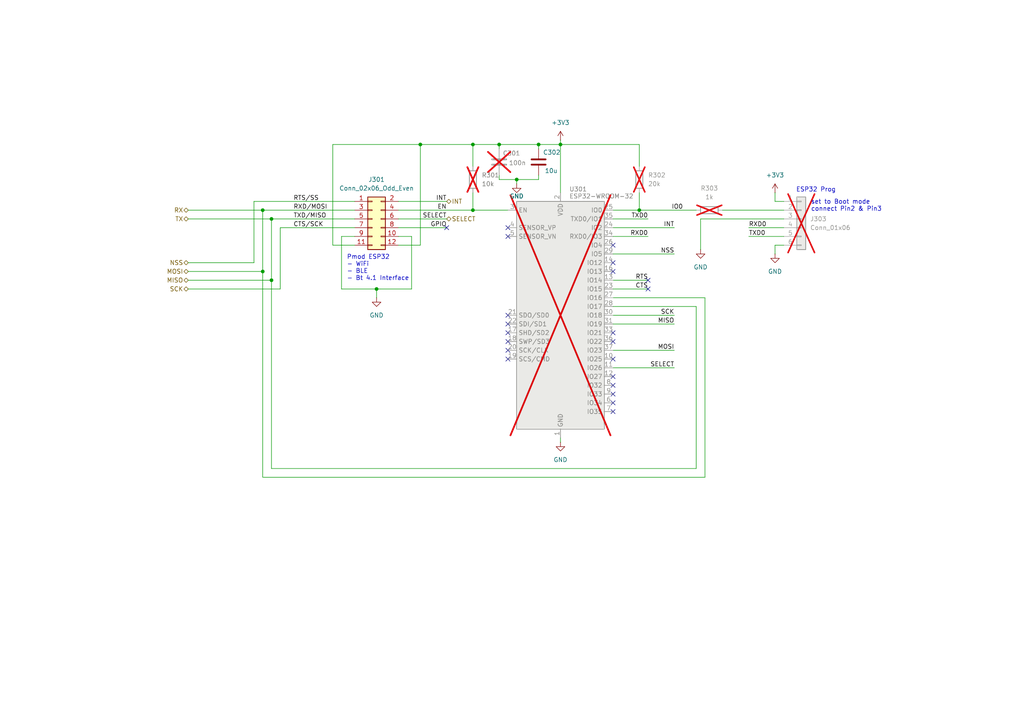
<source format=kicad_sch>
(kicad_sch (version 20250114) (generator "eeschema") (generator_version "9.0")
  (paper "A4")
  (lib_symbols
    (symbol "+3V3_1" (power) (pin_numbers (hide yes)) (pin_names (offset 0) (hide yes))
      (property "Value" "+3V3" (at 0 3.556 0))
      (symbol "+3V3_1_0_1"
        (polyline (pts (xy -0.762 1.27) (xy 0 2.54)))
        (polyline (pts (xy 0 2.54) (xy 0.762 1.27)))
        (polyline (pts (xy 0 0) (xy 0 2.54)))
      )
      (symbol "+3V3_1_1_1"
        (pin power_in line (at 0 0 90) (length 0) (name "~") (number "1"))
      )
    )
    (symbol "Connector_Generic:Conn_01x06" (pin_names (offset 1.016) (hide yes))
      (property "Reference" "J" (at 0 7.62 0))
      (property "Value" "Conn_01x06" (at 0 -10.16 0))
      (symbol "Conn_01x06_1_1"
        (rectangle (start -1.27 6.35) (end 1.27 -8.89) (stroke (width 0.254)) (fill (type background)))
        (rectangle (start -1.27 5.207) (end 0 4.953) (stroke (width 0.1524)))
        (rectangle (start -1.27 2.667) (end 0 2.413) (stroke (width 0.1524)))
        (rectangle (start -1.27 0.127) (end 0 -0.127) (stroke (width 0.1524)))
        (rectangle (start -1.27 -2.413) (end 0 -2.667) (stroke (width 0.1524)))
        (rectangle (start -1.27 -4.953) (end 0 -5.207) (stroke (width 0.1524)))
        (rectangle (start -1.27 -7.493) (end 0 -7.747) (stroke (width 0.1524)))
        (pin passive line (at -5.08 5.08 0) (length 3.81) (name "Pin_1") (number "1"))
        (pin passive line (at -5.08 2.54 0) (length 3.81) (name "Pin_2") (number "2"))
        (pin passive line (at -5.08 0 0) (length 3.81) (name "Pin_3") (number "3"))
        (pin passive line (at -5.08 -2.54 0) (length 3.81) (name "Pin_4") (number "4"))
        (pin passive line (at -5.08 -5.08 0) (length 3.81) (name "Pin_5") (number "5"))
        (pin passive line (at -5.08 -7.62 0) (length 3.81) (name "Pin_6") (number "6"))
      )
    )
    (symbol "Connector_Generic:Conn_02x06_Odd_Even" (pin_names (offset 1.016) (hide yes))
      (property "Reference" "J" (at 1.27 7.62 0))
      (property "Value" "Conn_02x06_Odd_Even" (at 1.27 -10.16 0))
      (symbol "Conn_02x06_Odd_Even_1_1"
        (rectangle (start -1.27 6.35) (end 3.81 -8.89) (stroke (width 0.254)) (fill (type background)))
        (rectangle (start -1.27 5.207) (end 0 4.953) (stroke (width 0.1524)))
        (rectangle (start -1.27 2.667) (end 0 2.413) (stroke (width 0.1524)))
        (rectangle (start -1.27 0.127) (end 0 -0.127) (stroke (width 0.1524)))
        (rectangle (start -1.27 -2.413) (end 0 -2.667) (stroke (width 0.1524)))
        (rectangle (start -1.27 -4.953) (end 0 -5.207) (stroke (width 0.1524)))
        (rectangle (start -1.27 -7.493) (end 0 -7.747) (stroke (width 0.1524)))
        (rectangle (start 3.81 5.207) (end 2.54 4.953) (stroke (width 0.1524)))
        (rectangle (start 3.81 2.667) (end 2.54 2.413) (stroke (width 0.1524)))
        (rectangle (start 3.81 0.127) (end 2.54 -0.127) (stroke (width 0.1524)))
        (rectangle (start 3.81 -2.413) (end 2.54 -2.667) (stroke (width 0.1524)))
        (rectangle (start 3.81 -4.953) (end 2.54 -5.207) (stroke (width 0.1524)))
        (rectangle (start 3.81 -7.493) (end 2.54 -7.747) (stroke (width 0.1524)))
        (pin passive line (at -5.08 5.08 0) (length 3.81) (name "Pin_1") (number "1"))
        (pin passive line (at -5.08 2.54 0) (length 3.81) (name "Pin_3") (number "3"))
        (pin passive line (at -5.08 0 0) (length 3.81) (name "Pin_5") (number "5"))
        (pin passive line (at -5.08 -2.54 0) (length 3.81) (name "Pin_7") (number "7"))
        (pin passive line (at -5.08 -5.08 0) (length 3.81) (name "Pin_9") (number "9"))
        (pin passive line (at -5.08 -7.62 0) (length 3.81) (name "Pin_11") (number "11"))
        (pin passive line (at 7.62 5.08 180) (length 3.81) (name "Pin_2") (number "2"))
        (pin passive line (at 7.62 2.54 180) (length 3.81) (name "Pin_4") (number "4"))
        (pin passive line (at 7.62 0 180) (length 3.81) (name "Pin_6") (number "6"))
        (pin passive line (at 7.62 -2.54 180) (length 3.81) (name "Pin_8") (number "8"))
        (pin passive line (at 7.62 -5.08 180) (length 3.81) (name "Pin_10") (number "10"))
        (pin passive line (at 7.62 -7.62 180) (length 3.81) (name "Pin_12") (number "12"))
      )
    )
    (symbol "Device:C" (pin_numbers (hide yes)) (pin_names (offset 0.254))
      (property "Reference" "C" (at 0.635 2.54 0))
      (property "Value" "C" (at 0.635 -2.54 0))
      (symbol "C_0_1"
        (polyline (pts (xy -2.032 0.762) (xy 2.032 0.762)) (stroke (width 0.508)))
        (polyline (pts (xy -2.032 -0.762) (xy 2.032 -0.762)) (stroke (width 0.508)))
      )
      (symbol "C_1_1"
        (pin passive line (at 0 3.81 270) (length 2.794) (name "~") (number "1"))
        (pin passive line (at 0 -3.81 90) (length 2.794) (name "~") (number "2"))
      )
    )
    (symbol "Device:R" (pin_numbers (hide yes)) (pin_names (offset 0))
      (property "Reference" "R" (at 2.032 0 90))
      (property "Value" "R" (at 0 0 90))
      (symbol "R_0_1"
        (rectangle (start -1.016 -2.54) (end 1.016 2.54) (stroke (width 0.254)))
      )
      (symbol "R_1_1"
        (pin passive line (at 0 3.81 270) (length 1.27) (name "~") (number "1"))
        (pin passive line (at 0 -3.81 90) (length 1.27) (name "~") (number "2"))
      )
    )
    (symbol "GND_1" (power) (pin_numbers (hide yes)) (pin_names (offset 0) (hide yes))
      (property "Value" "GND" (at 0 -3.81 0))
      (symbol "GND_1_0_1"
        (polyline (pts (xy 0 0) (xy 0 -1.27) (xy 1.27 -1.27) (xy 0 -2.54) (xy -1.27 -1.27) (xy 0 -1.27)))
      )
      (symbol "GND_1_1_1"
        (pin power_in line (at 0 0 270) (length 0) (name "~") (number "1"))
      )
    )
    (symbol "RF_Module:ESP32-WROOM-32"
      (property "Reference" "U" (at -12.7 34.29 0))
      (property "Value" "ESP32-WROOM-32" (at 1.27 34.29 0))
      (symbol "ESP32-WROOM-32_0_1"
        (rectangle (start -12.7 33.02) (end 12.7 -33.02) (stroke (width 0.254)) (fill (type background)))
      )
      (symbol "ESP32-WROOM-32_1_1"
        (pin input line (at -15.24 30.48 0) (length 2.54) (name "EN") (number "3"))
        (pin input line (at -15.24 25.4 0) (length 2.54) (name "SENSOR_VP") (number "4"))
        (pin input line (at -15.24 22.86 0) (length 2.54) (name "SENSOR_VN") (number "5"))
        (pin bidirectional line (at -15.24 0 0) (length 2.54) (name "SDO/SD0") (number "21"))
        (pin bidirectional line (at -15.24 -2.54 0) (length 2.54) (name "SDI/SD1") (number "22"))
        (pin bidirectional line (at -15.24 -5.08 0) (length 2.54) (name "SHD/SD2") (number "17"))
        (pin bidirectional line (at -15.24 -7.62 0) (length 2.54) (name "SWP/SD3") (number "18"))
        (pin bidirectional line (at -15.24 -10.16 0) (length 2.54) (name "SCK/CLK") (number "20"))
        (pin bidirectional line (at -15.24 -12.7 0) (length 2.54) (name "SCS/CMD") (number "19"))
        (pin no_connect line (at -12.7 -27.94 0) (length 2.54) (hide yes) (name "NC") (number "32"))
        (pin power_in line (at 0 35.56 270) (length 2.54) (name "VDD") (number "2"))
        (pin power_in line (at 0 -35.56 90) (length 2.54) (name "GND") (number "1"))
        (pin passive line (at 0 -35.56 90) (length 2.54) (hide yes) (name "GND") (number "15"))
        (pin passive line (at 0 -35.56 90) (length 2.54) (hide yes) (name "GND") (number "38"))
        (pin passive line (at 0 -35.56 90) (length 2.54) (hide yes) (name "GND") (number "39"))
        (pin bidirectional line (at 15.24 30.48 180) (length 2.54) (name "IO0") (number "25"))
        (pin bidirectional line (at 15.24 27.94 180) (length 2.54) (name "TXD0/IO1") (number "35"))
        (pin bidirectional line (at 15.24 25.4 180) (length 2.54) (name "IO2") (number "24"))
        (pin bidirectional line (at 15.24 22.86 180) (length 2.54) (name "RXD0/IO3") (number "34"))
        (pin bidirectional line (at 15.24 20.32 180) (length 2.54) (name "IO4") (number "26"))
        (pin bidirectional line (at 15.24 17.78 180) (length 2.54) (name "IO5") (number "29"))
        (pin bidirectional line (at 15.24 15.24 180) (length 2.54) (name "IO12") (number "14"))
        (pin bidirectional line (at 15.24 12.7 180) (length 2.54) (name "IO13") (number "16"))
        (pin bidirectional line (at 15.24 10.16 180) (length 2.54) (name "IO14") (number "13"))
        (pin bidirectional line (at 15.24 7.62 180) (length 2.54) (name "IO15") (number "23"))
        (pin bidirectional line (at 15.24 5.08 180) (length 2.54) (name "IO16") (number "27"))
        (pin bidirectional line (at 15.24 2.54 180) (length 2.54) (name "IO17") (number "28"))
        (pin bidirectional line (at 15.24 0 180) (length 2.54) (name "IO18") (number "30"))
        (pin bidirectional line (at 15.24 -2.54 180) (length 2.54) (name "IO19") (number "31"))
        (pin bidirectional line (at 15.24 -5.08 180) (length 2.54) (name "IO21") (number "33"))
        (pin bidirectional line (at 15.24 -7.62 180) (length 2.54) (name "IO22") (number "36"))
        (pin bidirectional line (at 15.24 -10.16 180) (length 2.54) (name "IO23") (number "37"))
        (pin bidirectional line (at 15.24 -12.7 180) (length 2.54) (name "IO25") (number "10"))
        (pin bidirectional line (at 15.24 -15.24 180) (length 2.54) (name "IO26") (number "11"))
        (pin bidirectional line (at 15.24 -17.78 180) (length 2.54) (name "IO27") (number "12"))
        (pin bidirectional line (at 15.24 -20.32 180) (length 2.54) (name "IO32") (number "8"))
        (pin bidirectional line (at 15.24 -22.86 180) (length 2.54) (name "IO33") (number "9"))
        (pin input line (at 15.24 -25.4 180) (length 2.54) (name "IO34") (number "6"))
        (pin input line (at 15.24 -27.94 180) (length 2.54) (name "IO35") (number "7"))
      )
    )
  )
  (text "set to Boot mode\nconnect Pin2 & Pin3" (at 235.204 59.69 0) (effects (font (size 1.27 1.27)) (justify left)))
  (text "Pmod ESP32\n- WiFi\n- BLE\n- Bt 4.1 Interface" (at 100.584 77.724 0) (effects (font (size 1.27 1.27)) (justify left)))
  (text "ESP32 Prog" (at 230.886 55.118 0) (effects (font (size 1.27 1.27)) (justify left)))
  (junction (at 149.86 52.07))
  (junction (at 137.16 60.96))
  (junction (at 144.78 41.91))
  (junction (at 78.74 81.28))
  (junction (at 109.22 83.82))
  (junction (at 162.56 41.91))
  (junction (at 76.2 60.96))
  (junction (at 185.42 60.96))
  (junction (at 121.92 41.91))
  (junction (at 156.21 41.91))
  (junction (at 76.2 78.74))
  (junction (at 137.16 41.91))
  (junction (at 78.74 63.5))
  (no_connect (at 147.32 96.52))
  (no_connect (at 187.96 81.28))
  (no_connect (at 147.32 91.44))
  (no_connect (at 177.8 114.3))
  (no_connect (at 177.8 119.38))
  (no_connect (at 147.32 93.98))
  (no_connect (at 129.54 66.04))
  (no_connect (at 147.32 101.6))
  (no_connect (at 177.8 104.14))
  (no_connect (at 177.8 71.12))
  (no_connect (at 147.32 99.06))
  (no_connect (at 187.96 83.82))
  (no_connect (at 177.8 109.22))
  (no_connect (at 177.8 78.74))
  (no_connect (at 147.32 104.14))
  (no_connect (at 147.32 68.58))
  (no_connect (at 177.8 96.52))
  (no_connect (at 147.32 66.04))
  (no_connect (at 177.8 76.2))
  (no_connect (at 177.8 111.76))
  (no_connect (at 177.8 116.84))
  (no_connect (at 177.8 99.06))
  (wire (pts (xy 119.38 83.82) (xy 119.38 68.58)))
  (wire (pts (xy 203.2 63.5) (xy 203.2 72.39)))
  (wire (pts (xy 144.78 52.07) (xy 149.86 52.07)))
  (wire (pts (xy 177.8 86.36) (xy 204.47 86.36)))
  (wire (pts (xy 76.2 78.74) (xy 76.2 138.43)))
  (wire (pts (xy 137.16 55.88) (xy 137.16 60.96)))
  (wire (pts (xy 224.79 55.88) (xy 224.79 58.42)))
  (wire (pts (xy 115.57 68.58) (xy 119.38 68.58)))
  (wire (pts (xy 195.58 66.04) (xy 177.8 66.04)))
  (wire (pts (xy 201.93 88.9) (xy 201.93 135.89)))
  (wire (pts (xy 217.17 66.04) (xy 227.33 66.04)))
  (wire (pts (xy 144.78 52.07) (xy 144.78 50.8)))
  (wire (pts (xy 156.21 43.18) (xy 156.21 41.91)))
  (wire (pts (xy 209.55 60.96) (xy 227.33 60.96)))
  (wire (pts (xy 137.16 41.91) (xy 137.16 48.26)))
  (wire (pts (xy 76.2 60.96) (xy 76.2 78.74)))
  (wire (pts (xy 217.17 68.58) (xy 227.33 68.58)))
  (wire (pts (xy 121.92 41.91) (xy 121.92 71.12)))
  (wire (pts (xy 96.52 41.91) (xy 121.92 41.91)))
  (wire (pts (xy 99.06 83.82) (xy 99.06 68.58)))
  (wire (pts (xy 187.96 83.82) (xy 177.8 83.82)))
  (wire (pts (xy 156.21 41.91) (xy 162.56 41.91)))
  (wire (pts (xy 99.06 68.58) (xy 102.87 68.58)))
  (wire (pts (xy 96.52 71.12) (xy 102.87 71.12)))
  (wire (pts (xy 54.61 60.96) (xy 76.2 60.96)))
  (wire (pts (xy 121.92 71.12) (xy 115.57 71.12)))
  (wire (pts (xy 149.86 53.34) (xy 149.86 52.07)))
  (wire (pts (xy 78.74 81.28) (xy 78.74 135.89)))
  (wire (pts (xy 73.66 58.42) (xy 102.87 58.42)))
  (wire (pts (xy 227.33 58.42) (xy 224.79 58.42)))
  (wire (pts (xy 96.52 71.12) (xy 96.52 41.91)))
  (wire (pts (xy 78.74 63.5) (xy 78.74 81.28)))
  (wire (pts (xy 109.22 83.82) (xy 99.06 83.82)))
  (wire (pts (xy 129.54 63.5) (xy 115.57 63.5)))
  (wire (pts (xy 81.28 83.82) (xy 81.28 66.04)))
  (wire (pts (xy 137.16 41.91) (xy 144.78 41.91)))
  (wire (pts (xy 81.28 66.04) (xy 102.87 66.04)))
  (wire (pts (xy 187.96 68.58) (xy 177.8 68.58)))
  (wire (pts (xy 129.54 66.04) (xy 115.57 66.04)))
  (wire (pts (xy 54.61 78.74) (xy 76.2 78.74)))
  (wire (pts (xy 54.61 81.28) (xy 78.74 81.28)))
  (wire (pts (xy 227.33 71.12) (xy 224.79 71.12)))
  (wire (pts (xy 201.93 135.89) (xy 78.74 135.89)))
  (wire (pts (xy 54.61 83.82) (xy 81.28 83.82)))
  (wire (pts (xy 137.16 60.96) (xy 147.32 60.96)))
  (wire (pts (xy 76.2 138.43) (xy 204.47 138.43)))
  (wire (pts (xy 76.2 60.96) (xy 102.87 60.96)))
  (wire (pts (xy 78.74 63.5) (xy 102.87 63.5)))
  (wire (pts (xy 204.47 138.43) (xy 204.47 86.36)))
  (wire (pts (xy 115.57 60.96) (xy 137.16 60.96)))
  (wire (pts (xy 227.33 63.5) (xy 203.2 63.5)))
  (wire (pts (xy 195.58 93.98) (xy 177.8 93.98)))
  (wire (pts (xy 149.86 52.07) (xy 156.21 52.07)))
  (wire (pts (xy 109.22 86.36) (xy 109.22 83.82)))
  (wire (pts (xy 224.79 71.12) (xy 224.79 73.66)))
  (wire (pts (xy 144.78 43.18) (xy 144.78 41.91)))
  (wire (pts (xy 144.78 41.91) (xy 156.21 41.91)))
  (wire (pts (xy 195.58 101.6) (xy 177.8 101.6)))
  (wire (pts (xy 185.42 60.96) (xy 201.93 60.96)))
  (wire (pts (xy 73.66 76.2) (xy 73.66 58.42)))
  (wire (pts (xy 185.42 41.91) (xy 162.56 41.91)))
  (wire (pts (xy 129.54 58.42) (xy 115.57 58.42)))
  (wire (pts (xy 162.56 40.64) (xy 162.56 41.91)))
  (wire (pts (xy 195.58 106.68) (xy 177.8 106.68)))
  (wire (pts (xy 162.56 127) (xy 162.56 128.27)))
  (wire (pts (xy 185.42 60.96) (xy 177.8 60.96)))
  (wire (pts (xy 195.58 91.44) (xy 177.8 91.44)))
  (wire (pts (xy 137.16 41.91) (xy 121.92 41.91)))
  (wire (pts (xy 187.96 63.5) (xy 177.8 63.5)))
  (wire (pts (xy 54.61 76.2) (xy 73.66 76.2)))
  (wire (pts (xy 185.42 48.26) (xy 185.42 41.91)))
  (wire (pts (xy 177.8 73.66) (xy 195.58 73.66)))
  (wire (pts (xy 185.42 55.88) (xy 185.42 60.96)))
  (wire (pts (xy 177.8 88.9) (xy 201.93 88.9)))
  (wire (pts (xy 54.61 63.5) (xy 78.74 63.5)))
  (wire (pts (xy 187.96 81.28) (xy 177.8 81.28)))
  (wire (pts (xy 162.56 41.91) (xy 162.56 55.88)))
  (wire (pts (xy 156.21 52.07) (xy 156.21 50.8)))
  (wire (pts (xy 109.22 83.82) (xy 119.38 83.82)))
  (label "RTS" (at 187.96 81.28 180))
  (label "RTS{slash}SS" (at 85.09 58.42 0))
  (label "INT" (at 195.58 66.04 180))
  (label "CTS" (at 187.96 83.82 180))
  (label "RXD{slash}MOSI" (at 85.09 60.96 0))
  (label "SELECT" (at 195.58 106.68 180))
  (label "INT" (at 129.54 58.42 180))
  (label "TXD0" (at 187.96 63.5 180))
  (label "EN" (at 129.54 60.96 180))
  (label "SELECT" (at 129.54 63.5 180))
  (label "MOSI" (at 195.58 101.6 180))
  (label "RXD0" (at 217.17 66.04 0))
  (label "TXD{slash}MISO" (at 85.09 63.5 0))
  (label "TXD0" (at 217.17 68.58 0))
  (label "MISO" (at 195.58 93.98 180))
  (label "IO0" (at 198.12 60.96 180))
  (label "GPIO" (at 129.54 66.04 180))
  (label "SCK" (at 195.58 91.44 180))
  (label "NSS" (at 195.58 73.66 180))
  (label "RXD0" (at 187.96 68.58 180))
  (label "CTS{slash}SCK" (at 85.09 66.04 0))
  (hierarchical_label "NSS" (shape bidirectional) (at 54.61 76.2 180))
  (hierarchical_label "MISO" (shape bidirectional) (at 54.61 81.28 180))
  (hierarchical_label "TX" (shape bidirectional) (at 54.61 63.5 180))
  (hierarchical_label "SCK" (shape bidirectional) (at 54.61 83.82 180))
  (hierarchical_label "SELECT" (shape bidirectional) (at 129.54 63.5 0))
  (hierarchical_label "RX" (shape bidirectional) (at 54.61 60.96 180))
  (hierarchical_label "INT" (shape bidirectional) (at 129.54 58.42 0))
  (hierarchical_label "MOSI" (shape bidirectional) (at 54.61 78.74 180))
  (symbol (lib_id "Device:C") (at 144.78 46.99 0) (unit 1) (in_bom no) (dnp yes)
    (property "Reference" "C301" (at 145.796 44.45 0) (effects (justify left)))
    (property "Value" "100n" (at 147.574 47.244 0) (effects (justify left)))
    (property "Footprint" "Capacitor_SMD:C_0805_2012Metric_Pad1.18x1.45mm_HandSolder" (effects (hide yes)))
    (property "Description" "Unpolarized capacitor" (effects (hide yes)))
    (property "Manufacturer" "Kemet" (effects (hide yes)))
    (property "Part Number" "C0805C104K5RACTU" (effects (hide yes)))
    (property "Var" "Assembly Full(+!) Partial(-!)" (effects (hide yes)))
  )
  (symbol (lib_id "Device:C") (at 156.21 46.99 0) (unit 1)
    (property "Reference" "C302" (at 157.48 44.196 0) (effects (justify left)))
    (property "Value" "10u" (at 157.988 49.53 0) (effects (justify left)))
    (property "Footprint" "Capacitor_SMD:C_0805_2012Metric_Pad1.18x1.45mm_HandSolder" (effects (hide yes)))
    (property "Description" "Unpolarized capacitor" (effects (hide yes)))
    (property "Manufacturer" "Kemet" (effects (hide yes)))
    (property "Part Number" "C0603C106M9PAC7411" (effects (hide yes)))
    (property "Var" "Assembly Full(-!) Partial(+!)" (effects (hide yes)))
  )
  (symbol (lib_name "+3V3_1") (lib_id "power:+3V3") (at 224.79 55.88 0) (unit 1)
    (property "Reference" "#PWR0307" (effects (hide yes)))
    (property "Value" "+3V3" (at 224.79 50.8 0))
    (property "Description" "Power symbol creates a global label with name \"+3V3\"" (effects (hide yes)))
  )
  (symbol (lib_id "Device:R") (at 205.74 60.96 90) (unit 1) (in_bom no) (dnp yes)
    (property "Reference" "R303" (at 205.74 54.61 90))
    (property "Value" "1k" (at 205.74 57.15 90))
    (property "Footprint" "Resistor_SMD:R_0805_2012Metric_Pad1.20x1.40mm_HandSolder" (effects (hide yes)))
    (property "Description" "Resistor" (effects (hide yes)))
    (property "Manufacturer" "Yageo" (effects (hide yes)))
    (property "Part Number" "RC0603FR-071KL" (effects (hide yes)))
    (property "Var" "Assembly Full(+!) Partial(-!)" (effects (hide yes)))
  )
  (symbol (lib_name "+3V3_1") (lib_id "power:+3V3") (at 162.56 40.64 0) (mirror y) (unit 1)
    (property "Reference" "#PWR0408" (effects (hide yes)))
    (property "Value" "+3V3" (at 162.56 35.56 0))
    (property "Description" "Power symbol creates a global label with name \"+3V3\"" (effects (hide yes)))
  )
  (symbol (lib_id "Device:R") (at 185.42 52.07 0) (unit 1) (in_bom no) (dnp yes)
    (property "Reference" "R302" (at 187.96 50.7999 0) (effects (justify left)))
    (property "Value" "20k" (at 187.96 53.3399 0) (effects (justify left)))
    (property "Footprint" "Resistor_SMD:R_0805_2012Metric_Pad1.20x1.40mm_HandSolder" (effects (hide yes)))
    (property "Description" "Resistor" (effects (hide yes)))
    (property "Manufacturer" "Yageo" (effects (hide yes)))
    (property "Part Number" "RC0603FR-0720KL" (effects (hide yes)))
    (property "Var" "Assembly Full(+!) Partial(-!)" (effects (hide yes)))
  )
  (symbol (lib_id "Device:R") (at 137.16 52.07 0) (unit 1) (in_bom no) (dnp yes)
    (property "Reference" "R301" (at 139.7 50.7999 0) (effects (justify left)))
    (property "Value" "10k" (at 139.7 53.3399 0) (effects (justify left)))
    (property "Footprint" "Resistor_SMD:R_0805_2012Metric_Pad1.20x1.40mm_HandSolder" (effects (hide yes)))
    (property "Description" "Resistor" (effects (hide yes)))
    (property "Manufacturer" "Yageo" (effects (hide yes)))
    (property "Part Number" "RC0603FR-0710KL" (effects (hide yes)))
    (property "Var" "Assembly Full(+!) Partial(-!)" (effects (hide yes)))
  )
  (symbol (lib_name "GND_1") (lib_id "power:GND") (at 162.56 128.27 0) (unit 1)
    (property "Reference" "#PWR0304" (effects (hide yes)))
    (property "Value" "GND" (at 162.56 133.35 0))
    (property "Description" "Power symbol creates a global label with name \"GND\" , ground" (effects (hide yes)))
  )
  (symbol (lib_id "RF_Module:ESP32-WROOM-32") (at 162.56 91.44 0) (unit 1) (in_bom no) (dnp yes)
    (property "Reference" "U301" (at 165.1 54.864 0) (effects (justify left)))
    (property "Value" "ESP32-WROOM-32" (at 165.1 56.896 0) (effects (justify left)))
    (property "Footprint" "RF_Module:ESP32-WROOM-32" (effects (hide yes)))
    (property "Datasheet" "https://www.espressif.com/sites/default/files/documentation/esp32-wroom-32_datasheet_en.pdf" (effects (hide yes)))
    (property "Description" "RF Module, ESP32-D0WDQ6 SoC, Wi-Fi 802.11b/g/n, Bluetooth, BLE, 32-bit, 2.7-3.6V, onboard antenna, SMD" (effects (hide yes)))
    (property "Manufacturer" "Espressif Systems" (effects (hide yes)))
    (property "Part Number" "ESP32-WROOM-32E-H4" (effects (hide yes)))
    (property "Var" "Assembly Full(+!) Partial(-!)" (effects (hide yes)))
  )
  (symbol (lib_name "GND_1") (lib_id "power:GND") (at 224.79 73.66 0) (unit 1)
    (property "Reference" "#PWR0306" (effects (hide yes)))
    (property "Value" "GND" (at 224.79 78.74 0))
    (property "Description" "Power symbol creates a global label with name \"GND\" , ground" (effects (hide yes)))
  )
  (symbol (lib_name "GND_1") (lib_id "power:GND") (at 109.22 86.36 0) (unit 1)
    (property "Reference" "#PWR0301" (effects (hide yes)))
    (property "Value" "GND" (at 109.22 91.44 0))
    (property "Description" "Power symbol creates a global label with name \"GND\" , ground" (effects (hide yes)))
  )
  (symbol (lib_name "GND_1") (lib_id "power:GND") (at 149.86 53.34 0) (unit 1)
    (property "Reference" "#PWR0302" (effects (hide yes)))
    (property "Value" "GND" (at 149.86 56.896 0))
    (property "Description" "Power symbol creates a global label with name \"GND\" , ground" (effects (hide yes)))
  )
  (symbol (lib_id "Connector_Generic:Conn_02x06_Odd_Even") (at 107.95 63.5 0) (unit 1)
    (property "Reference" "J301" (at 109.22 52.07 0))
    (property "Value" "Conn_02x06_Odd_Even" (at 109.22 54.61 0))
    (property "Footprint" "additional parts:PinSocket_2x06_P2.54mm_Horizontal" (effects (hide yes)))
    (property "Description" "Generic connector, double row, 02x06, odd/even pin numbering scheme (row 1 odd numbers, row 2 even numbers), script generated (kicad-library-utils/schlib/autogen/connector/)" (effects (hide yes)))
    (property "Manufacturer" "Würth Elektronik" (effects (hide yes)))
    (property "Part Number" "613012243121" (effects (hide yes)))
    (property "Var" "Assembly Full(-!) Partial(+!)" (effects (hide yes)))
  )
  (symbol (lib_name "GND_1") (lib_id "power:GND") (at 203.2 72.39 0) (unit 1)
    (property "Reference" "#PWR0305" (effects (hide yes)))
    (property "Value" "GND" (at 203.2 77.47 0))
    (property "Description" "Power symbol creates a global label with name \"GND\" , ground" (effects (hide yes)))
  )
  (symbol (lib_id "Connector_Generic:Conn_01x06") (at 232.41 63.5 0) (unit 1) (in_bom no) (dnp yes)
    (property "Reference" "J303" (at 234.95 63.4999 0) (effects (justify left)))
    (property "Value" "Conn_01x06" (at 234.95 66.0399 0) (effects (justify left)))
    (property "Footprint" "Connector_PinHeader_2.54mm:PinHeader_1x06_P2.54mm_Vertical" (effects (hide yes)))
    (property "Description" "Generic connector, single row, 01x06, script generated (kicad-library-utils/schlib/autogen/connector/)" (effects (hide yes)))
    (property "Manufacturer" "Würth Elektronik" (effects (hide yes)))
    (property "Part Number" "61300611121" (effects (hide yes)))
    (property "Var" "Assembly Full(+!) Partial(-!)" (effects (hide yes)))
  )
)
</source>
